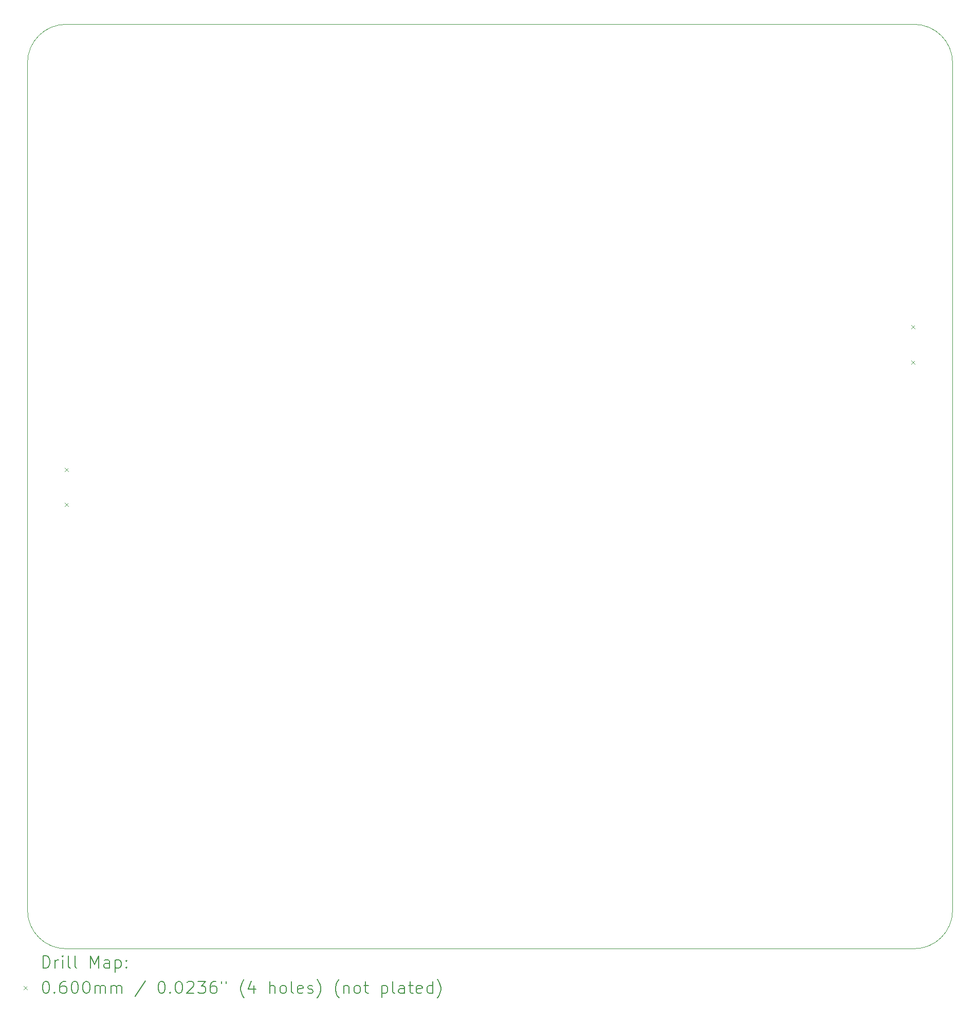
<source format=gbr>
%TF.GenerationSoftware,KiCad,Pcbnew,7.0.9*%
%TF.CreationDate,2024-03-20T16:59:47-04:00*%
%TF.ProjectId,CSTAR,43535441-522e-46b6-9963-61645f706362,rev?*%
%TF.SameCoordinates,Original*%
%TF.FileFunction,Drillmap*%
%TF.FilePolarity,Positive*%
%FSLAX45Y45*%
G04 Gerber Fmt 4.5, Leading zero omitted, Abs format (unit mm)*
G04 Created by KiCad (PCBNEW 7.0.9) date 2024-03-20 16:59:47*
%MOMM*%
%LPD*%
G01*
G04 APERTURE LIST*
%ADD10C,0.100000*%
%ADD11C,0.200000*%
G04 APERTURE END LIST*
D10*
X5080000Y-19685000D02*
G75*
G03*
X5715000Y-20320000I635000J0D01*
G01*
X19685000Y-20320000D02*
G75*
G03*
X20320000Y-19685000I0J635000D01*
G01*
X19685000Y-5080000D02*
X5715000Y-5080000D01*
X5715000Y-5080000D02*
G75*
G03*
X5080000Y-5715000I0J-635000D01*
G01*
X5080000Y-5715000D02*
X5080000Y-19685000D01*
X5715000Y-20320000D02*
X19685000Y-20320000D01*
X20320000Y-5715000D02*
G75*
G03*
X19685000Y-5080000I-635000J0D01*
G01*
X20320000Y-19685000D02*
X20320000Y-5715000D01*
D11*
D10*
X5696250Y-12392200D02*
X5756250Y-12452200D01*
X5756250Y-12392200D02*
X5696250Y-12452200D01*
X5696250Y-12970200D02*
X5756250Y-13030200D01*
X5756250Y-12970200D02*
X5696250Y-13030200D01*
X19635000Y-10041400D02*
X19695000Y-10101400D01*
X19695000Y-10041400D02*
X19635000Y-10101400D01*
X19635000Y-10619400D02*
X19695000Y-10679400D01*
X19695000Y-10619400D02*
X19635000Y-10679400D01*
D11*
X5335777Y-20636484D02*
X5335777Y-20436484D01*
X5335777Y-20436484D02*
X5383396Y-20436484D01*
X5383396Y-20436484D02*
X5411967Y-20446008D01*
X5411967Y-20446008D02*
X5431015Y-20465055D01*
X5431015Y-20465055D02*
X5440539Y-20484103D01*
X5440539Y-20484103D02*
X5450063Y-20522198D01*
X5450063Y-20522198D02*
X5450063Y-20550770D01*
X5450063Y-20550770D02*
X5440539Y-20588865D01*
X5440539Y-20588865D02*
X5431015Y-20607912D01*
X5431015Y-20607912D02*
X5411967Y-20626960D01*
X5411967Y-20626960D02*
X5383396Y-20636484D01*
X5383396Y-20636484D02*
X5335777Y-20636484D01*
X5535777Y-20636484D02*
X5535777Y-20503150D01*
X5535777Y-20541246D02*
X5545301Y-20522198D01*
X5545301Y-20522198D02*
X5554824Y-20512674D01*
X5554824Y-20512674D02*
X5573872Y-20503150D01*
X5573872Y-20503150D02*
X5592920Y-20503150D01*
X5659586Y-20636484D02*
X5659586Y-20503150D01*
X5659586Y-20436484D02*
X5650062Y-20446008D01*
X5650062Y-20446008D02*
X5659586Y-20455531D01*
X5659586Y-20455531D02*
X5669110Y-20446008D01*
X5669110Y-20446008D02*
X5659586Y-20436484D01*
X5659586Y-20436484D02*
X5659586Y-20455531D01*
X5783396Y-20636484D02*
X5764348Y-20626960D01*
X5764348Y-20626960D02*
X5754824Y-20607912D01*
X5754824Y-20607912D02*
X5754824Y-20436484D01*
X5888158Y-20636484D02*
X5869110Y-20626960D01*
X5869110Y-20626960D02*
X5859586Y-20607912D01*
X5859586Y-20607912D02*
X5859586Y-20436484D01*
X6116729Y-20636484D02*
X6116729Y-20436484D01*
X6116729Y-20436484D02*
X6183396Y-20579341D01*
X6183396Y-20579341D02*
X6250062Y-20436484D01*
X6250062Y-20436484D02*
X6250062Y-20636484D01*
X6431015Y-20636484D02*
X6431015Y-20531722D01*
X6431015Y-20531722D02*
X6421491Y-20512674D01*
X6421491Y-20512674D02*
X6402443Y-20503150D01*
X6402443Y-20503150D02*
X6364348Y-20503150D01*
X6364348Y-20503150D02*
X6345301Y-20512674D01*
X6431015Y-20626960D02*
X6411967Y-20636484D01*
X6411967Y-20636484D02*
X6364348Y-20636484D01*
X6364348Y-20636484D02*
X6345301Y-20626960D01*
X6345301Y-20626960D02*
X6335777Y-20607912D01*
X6335777Y-20607912D02*
X6335777Y-20588865D01*
X6335777Y-20588865D02*
X6345301Y-20569817D01*
X6345301Y-20569817D02*
X6364348Y-20560293D01*
X6364348Y-20560293D02*
X6411967Y-20560293D01*
X6411967Y-20560293D02*
X6431015Y-20550770D01*
X6526253Y-20503150D02*
X6526253Y-20703150D01*
X6526253Y-20512674D02*
X6545301Y-20503150D01*
X6545301Y-20503150D02*
X6583396Y-20503150D01*
X6583396Y-20503150D02*
X6602443Y-20512674D01*
X6602443Y-20512674D02*
X6611967Y-20522198D01*
X6611967Y-20522198D02*
X6621491Y-20541246D01*
X6621491Y-20541246D02*
X6621491Y-20598389D01*
X6621491Y-20598389D02*
X6611967Y-20617436D01*
X6611967Y-20617436D02*
X6602443Y-20626960D01*
X6602443Y-20626960D02*
X6583396Y-20636484D01*
X6583396Y-20636484D02*
X6545301Y-20636484D01*
X6545301Y-20636484D02*
X6526253Y-20626960D01*
X6707205Y-20617436D02*
X6716729Y-20626960D01*
X6716729Y-20626960D02*
X6707205Y-20636484D01*
X6707205Y-20636484D02*
X6697682Y-20626960D01*
X6697682Y-20626960D02*
X6707205Y-20617436D01*
X6707205Y-20617436D02*
X6707205Y-20636484D01*
X6707205Y-20512674D02*
X6716729Y-20522198D01*
X6716729Y-20522198D02*
X6707205Y-20531722D01*
X6707205Y-20531722D02*
X6697682Y-20522198D01*
X6697682Y-20522198D02*
X6707205Y-20512674D01*
X6707205Y-20512674D02*
X6707205Y-20531722D01*
D10*
X5015000Y-20935000D02*
X5075000Y-20995000D01*
X5075000Y-20935000D02*
X5015000Y-20995000D01*
D11*
X5373872Y-20856484D02*
X5392920Y-20856484D01*
X5392920Y-20856484D02*
X5411967Y-20866008D01*
X5411967Y-20866008D02*
X5421491Y-20875531D01*
X5421491Y-20875531D02*
X5431015Y-20894579D01*
X5431015Y-20894579D02*
X5440539Y-20932674D01*
X5440539Y-20932674D02*
X5440539Y-20980293D01*
X5440539Y-20980293D02*
X5431015Y-21018389D01*
X5431015Y-21018389D02*
X5421491Y-21037436D01*
X5421491Y-21037436D02*
X5411967Y-21046960D01*
X5411967Y-21046960D02*
X5392920Y-21056484D01*
X5392920Y-21056484D02*
X5373872Y-21056484D01*
X5373872Y-21056484D02*
X5354824Y-21046960D01*
X5354824Y-21046960D02*
X5345301Y-21037436D01*
X5345301Y-21037436D02*
X5335777Y-21018389D01*
X5335777Y-21018389D02*
X5326253Y-20980293D01*
X5326253Y-20980293D02*
X5326253Y-20932674D01*
X5326253Y-20932674D02*
X5335777Y-20894579D01*
X5335777Y-20894579D02*
X5345301Y-20875531D01*
X5345301Y-20875531D02*
X5354824Y-20866008D01*
X5354824Y-20866008D02*
X5373872Y-20856484D01*
X5526253Y-21037436D02*
X5535777Y-21046960D01*
X5535777Y-21046960D02*
X5526253Y-21056484D01*
X5526253Y-21056484D02*
X5516729Y-21046960D01*
X5516729Y-21046960D02*
X5526253Y-21037436D01*
X5526253Y-21037436D02*
X5526253Y-21056484D01*
X5707205Y-20856484D02*
X5669110Y-20856484D01*
X5669110Y-20856484D02*
X5650062Y-20866008D01*
X5650062Y-20866008D02*
X5640539Y-20875531D01*
X5640539Y-20875531D02*
X5621491Y-20904103D01*
X5621491Y-20904103D02*
X5611967Y-20942198D01*
X5611967Y-20942198D02*
X5611967Y-21018389D01*
X5611967Y-21018389D02*
X5621491Y-21037436D01*
X5621491Y-21037436D02*
X5631015Y-21046960D01*
X5631015Y-21046960D02*
X5650062Y-21056484D01*
X5650062Y-21056484D02*
X5688158Y-21056484D01*
X5688158Y-21056484D02*
X5707205Y-21046960D01*
X5707205Y-21046960D02*
X5716729Y-21037436D01*
X5716729Y-21037436D02*
X5726253Y-21018389D01*
X5726253Y-21018389D02*
X5726253Y-20970770D01*
X5726253Y-20970770D02*
X5716729Y-20951722D01*
X5716729Y-20951722D02*
X5707205Y-20942198D01*
X5707205Y-20942198D02*
X5688158Y-20932674D01*
X5688158Y-20932674D02*
X5650062Y-20932674D01*
X5650062Y-20932674D02*
X5631015Y-20942198D01*
X5631015Y-20942198D02*
X5621491Y-20951722D01*
X5621491Y-20951722D02*
X5611967Y-20970770D01*
X5850062Y-20856484D02*
X5869110Y-20856484D01*
X5869110Y-20856484D02*
X5888158Y-20866008D01*
X5888158Y-20866008D02*
X5897682Y-20875531D01*
X5897682Y-20875531D02*
X5907205Y-20894579D01*
X5907205Y-20894579D02*
X5916729Y-20932674D01*
X5916729Y-20932674D02*
X5916729Y-20980293D01*
X5916729Y-20980293D02*
X5907205Y-21018389D01*
X5907205Y-21018389D02*
X5897682Y-21037436D01*
X5897682Y-21037436D02*
X5888158Y-21046960D01*
X5888158Y-21046960D02*
X5869110Y-21056484D01*
X5869110Y-21056484D02*
X5850062Y-21056484D01*
X5850062Y-21056484D02*
X5831015Y-21046960D01*
X5831015Y-21046960D02*
X5821491Y-21037436D01*
X5821491Y-21037436D02*
X5811967Y-21018389D01*
X5811967Y-21018389D02*
X5802443Y-20980293D01*
X5802443Y-20980293D02*
X5802443Y-20932674D01*
X5802443Y-20932674D02*
X5811967Y-20894579D01*
X5811967Y-20894579D02*
X5821491Y-20875531D01*
X5821491Y-20875531D02*
X5831015Y-20866008D01*
X5831015Y-20866008D02*
X5850062Y-20856484D01*
X6040539Y-20856484D02*
X6059586Y-20856484D01*
X6059586Y-20856484D02*
X6078634Y-20866008D01*
X6078634Y-20866008D02*
X6088158Y-20875531D01*
X6088158Y-20875531D02*
X6097682Y-20894579D01*
X6097682Y-20894579D02*
X6107205Y-20932674D01*
X6107205Y-20932674D02*
X6107205Y-20980293D01*
X6107205Y-20980293D02*
X6097682Y-21018389D01*
X6097682Y-21018389D02*
X6088158Y-21037436D01*
X6088158Y-21037436D02*
X6078634Y-21046960D01*
X6078634Y-21046960D02*
X6059586Y-21056484D01*
X6059586Y-21056484D02*
X6040539Y-21056484D01*
X6040539Y-21056484D02*
X6021491Y-21046960D01*
X6021491Y-21046960D02*
X6011967Y-21037436D01*
X6011967Y-21037436D02*
X6002443Y-21018389D01*
X6002443Y-21018389D02*
X5992920Y-20980293D01*
X5992920Y-20980293D02*
X5992920Y-20932674D01*
X5992920Y-20932674D02*
X6002443Y-20894579D01*
X6002443Y-20894579D02*
X6011967Y-20875531D01*
X6011967Y-20875531D02*
X6021491Y-20866008D01*
X6021491Y-20866008D02*
X6040539Y-20856484D01*
X6192920Y-21056484D02*
X6192920Y-20923150D01*
X6192920Y-20942198D02*
X6202443Y-20932674D01*
X6202443Y-20932674D02*
X6221491Y-20923150D01*
X6221491Y-20923150D02*
X6250063Y-20923150D01*
X6250063Y-20923150D02*
X6269110Y-20932674D01*
X6269110Y-20932674D02*
X6278634Y-20951722D01*
X6278634Y-20951722D02*
X6278634Y-21056484D01*
X6278634Y-20951722D02*
X6288158Y-20932674D01*
X6288158Y-20932674D02*
X6307205Y-20923150D01*
X6307205Y-20923150D02*
X6335777Y-20923150D01*
X6335777Y-20923150D02*
X6354824Y-20932674D01*
X6354824Y-20932674D02*
X6364348Y-20951722D01*
X6364348Y-20951722D02*
X6364348Y-21056484D01*
X6459586Y-21056484D02*
X6459586Y-20923150D01*
X6459586Y-20942198D02*
X6469110Y-20932674D01*
X6469110Y-20932674D02*
X6488158Y-20923150D01*
X6488158Y-20923150D02*
X6516729Y-20923150D01*
X6516729Y-20923150D02*
X6535777Y-20932674D01*
X6535777Y-20932674D02*
X6545301Y-20951722D01*
X6545301Y-20951722D02*
X6545301Y-21056484D01*
X6545301Y-20951722D02*
X6554824Y-20932674D01*
X6554824Y-20932674D02*
X6573872Y-20923150D01*
X6573872Y-20923150D02*
X6602443Y-20923150D01*
X6602443Y-20923150D02*
X6621491Y-20932674D01*
X6621491Y-20932674D02*
X6631015Y-20951722D01*
X6631015Y-20951722D02*
X6631015Y-21056484D01*
X7021491Y-20846960D02*
X6850063Y-21104103D01*
X7278634Y-20856484D02*
X7297682Y-20856484D01*
X7297682Y-20856484D02*
X7316729Y-20866008D01*
X7316729Y-20866008D02*
X7326253Y-20875531D01*
X7326253Y-20875531D02*
X7335777Y-20894579D01*
X7335777Y-20894579D02*
X7345301Y-20932674D01*
X7345301Y-20932674D02*
X7345301Y-20980293D01*
X7345301Y-20980293D02*
X7335777Y-21018389D01*
X7335777Y-21018389D02*
X7326253Y-21037436D01*
X7326253Y-21037436D02*
X7316729Y-21046960D01*
X7316729Y-21046960D02*
X7297682Y-21056484D01*
X7297682Y-21056484D02*
X7278634Y-21056484D01*
X7278634Y-21056484D02*
X7259586Y-21046960D01*
X7259586Y-21046960D02*
X7250063Y-21037436D01*
X7250063Y-21037436D02*
X7240539Y-21018389D01*
X7240539Y-21018389D02*
X7231015Y-20980293D01*
X7231015Y-20980293D02*
X7231015Y-20932674D01*
X7231015Y-20932674D02*
X7240539Y-20894579D01*
X7240539Y-20894579D02*
X7250063Y-20875531D01*
X7250063Y-20875531D02*
X7259586Y-20866008D01*
X7259586Y-20866008D02*
X7278634Y-20856484D01*
X7431015Y-21037436D02*
X7440539Y-21046960D01*
X7440539Y-21046960D02*
X7431015Y-21056484D01*
X7431015Y-21056484D02*
X7421491Y-21046960D01*
X7421491Y-21046960D02*
X7431015Y-21037436D01*
X7431015Y-21037436D02*
X7431015Y-21056484D01*
X7564348Y-20856484D02*
X7583396Y-20856484D01*
X7583396Y-20856484D02*
X7602444Y-20866008D01*
X7602444Y-20866008D02*
X7611967Y-20875531D01*
X7611967Y-20875531D02*
X7621491Y-20894579D01*
X7621491Y-20894579D02*
X7631015Y-20932674D01*
X7631015Y-20932674D02*
X7631015Y-20980293D01*
X7631015Y-20980293D02*
X7621491Y-21018389D01*
X7621491Y-21018389D02*
X7611967Y-21037436D01*
X7611967Y-21037436D02*
X7602444Y-21046960D01*
X7602444Y-21046960D02*
X7583396Y-21056484D01*
X7583396Y-21056484D02*
X7564348Y-21056484D01*
X7564348Y-21056484D02*
X7545301Y-21046960D01*
X7545301Y-21046960D02*
X7535777Y-21037436D01*
X7535777Y-21037436D02*
X7526253Y-21018389D01*
X7526253Y-21018389D02*
X7516729Y-20980293D01*
X7516729Y-20980293D02*
X7516729Y-20932674D01*
X7516729Y-20932674D02*
X7526253Y-20894579D01*
X7526253Y-20894579D02*
X7535777Y-20875531D01*
X7535777Y-20875531D02*
X7545301Y-20866008D01*
X7545301Y-20866008D02*
X7564348Y-20856484D01*
X7707206Y-20875531D02*
X7716729Y-20866008D01*
X7716729Y-20866008D02*
X7735777Y-20856484D01*
X7735777Y-20856484D02*
X7783396Y-20856484D01*
X7783396Y-20856484D02*
X7802444Y-20866008D01*
X7802444Y-20866008D02*
X7811967Y-20875531D01*
X7811967Y-20875531D02*
X7821491Y-20894579D01*
X7821491Y-20894579D02*
X7821491Y-20913627D01*
X7821491Y-20913627D02*
X7811967Y-20942198D01*
X7811967Y-20942198D02*
X7697682Y-21056484D01*
X7697682Y-21056484D02*
X7821491Y-21056484D01*
X7888158Y-20856484D02*
X8011967Y-20856484D01*
X8011967Y-20856484D02*
X7945301Y-20932674D01*
X7945301Y-20932674D02*
X7973872Y-20932674D01*
X7973872Y-20932674D02*
X7992920Y-20942198D01*
X7992920Y-20942198D02*
X8002444Y-20951722D01*
X8002444Y-20951722D02*
X8011967Y-20970770D01*
X8011967Y-20970770D02*
X8011967Y-21018389D01*
X8011967Y-21018389D02*
X8002444Y-21037436D01*
X8002444Y-21037436D02*
X7992920Y-21046960D01*
X7992920Y-21046960D02*
X7973872Y-21056484D01*
X7973872Y-21056484D02*
X7916729Y-21056484D01*
X7916729Y-21056484D02*
X7897682Y-21046960D01*
X7897682Y-21046960D02*
X7888158Y-21037436D01*
X8183396Y-20856484D02*
X8145301Y-20856484D01*
X8145301Y-20856484D02*
X8126253Y-20866008D01*
X8126253Y-20866008D02*
X8116729Y-20875531D01*
X8116729Y-20875531D02*
X8097682Y-20904103D01*
X8097682Y-20904103D02*
X8088158Y-20942198D01*
X8088158Y-20942198D02*
X8088158Y-21018389D01*
X8088158Y-21018389D02*
X8097682Y-21037436D01*
X8097682Y-21037436D02*
X8107206Y-21046960D01*
X8107206Y-21046960D02*
X8126253Y-21056484D01*
X8126253Y-21056484D02*
X8164348Y-21056484D01*
X8164348Y-21056484D02*
X8183396Y-21046960D01*
X8183396Y-21046960D02*
X8192920Y-21037436D01*
X8192920Y-21037436D02*
X8202444Y-21018389D01*
X8202444Y-21018389D02*
X8202444Y-20970770D01*
X8202444Y-20970770D02*
X8192920Y-20951722D01*
X8192920Y-20951722D02*
X8183396Y-20942198D01*
X8183396Y-20942198D02*
X8164348Y-20932674D01*
X8164348Y-20932674D02*
X8126253Y-20932674D01*
X8126253Y-20932674D02*
X8107206Y-20942198D01*
X8107206Y-20942198D02*
X8097682Y-20951722D01*
X8097682Y-20951722D02*
X8088158Y-20970770D01*
X8278634Y-20856484D02*
X8278634Y-20894579D01*
X8354825Y-20856484D02*
X8354825Y-20894579D01*
X8650063Y-21132674D02*
X8640539Y-21123150D01*
X8640539Y-21123150D02*
X8621491Y-21094579D01*
X8621491Y-21094579D02*
X8611968Y-21075531D01*
X8611968Y-21075531D02*
X8602444Y-21046960D01*
X8602444Y-21046960D02*
X8592920Y-20999341D01*
X8592920Y-20999341D02*
X8592920Y-20961246D01*
X8592920Y-20961246D02*
X8602444Y-20913627D01*
X8602444Y-20913627D02*
X8611968Y-20885055D01*
X8611968Y-20885055D02*
X8621491Y-20866008D01*
X8621491Y-20866008D02*
X8640539Y-20837436D01*
X8640539Y-20837436D02*
X8650063Y-20827912D01*
X8811968Y-20923150D02*
X8811968Y-21056484D01*
X8764349Y-20846960D02*
X8716730Y-20989817D01*
X8716730Y-20989817D02*
X8840539Y-20989817D01*
X9069111Y-21056484D02*
X9069111Y-20856484D01*
X9154825Y-21056484D02*
X9154825Y-20951722D01*
X9154825Y-20951722D02*
X9145301Y-20932674D01*
X9145301Y-20932674D02*
X9126253Y-20923150D01*
X9126253Y-20923150D02*
X9097682Y-20923150D01*
X9097682Y-20923150D02*
X9078634Y-20932674D01*
X9078634Y-20932674D02*
X9069111Y-20942198D01*
X9278634Y-21056484D02*
X9259587Y-21046960D01*
X9259587Y-21046960D02*
X9250063Y-21037436D01*
X9250063Y-21037436D02*
X9240539Y-21018389D01*
X9240539Y-21018389D02*
X9240539Y-20961246D01*
X9240539Y-20961246D02*
X9250063Y-20942198D01*
X9250063Y-20942198D02*
X9259587Y-20932674D01*
X9259587Y-20932674D02*
X9278634Y-20923150D01*
X9278634Y-20923150D02*
X9307206Y-20923150D01*
X9307206Y-20923150D02*
X9326253Y-20932674D01*
X9326253Y-20932674D02*
X9335777Y-20942198D01*
X9335777Y-20942198D02*
X9345301Y-20961246D01*
X9345301Y-20961246D02*
X9345301Y-21018389D01*
X9345301Y-21018389D02*
X9335777Y-21037436D01*
X9335777Y-21037436D02*
X9326253Y-21046960D01*
X9326253Y-21046960D02*
X9307206Y-21056484D01*
X9307206Y-21056484D02*
X9278634Y-21056484D01*
X9459587Y-21056484D02*
X9440539Y-21046960D01*
X9440539Y-21046960D02*
X9431015Y-21027912D01*
X9431015Y-21027912D02*
X9431015Y-20856484D01*
X9611968Y-21046960D02*
X9592920Y-21056484D01*
X9592920Y-21056484D02*
X9554825Y-21056484D01*
X9554825Y-21056484D02*
X9535777Y-21046960D01*
X9535777Y-21046960D02*
X9526253Y-21027912D01*
X9526253Y-21027912D02*
X9526253Y-20951722D01*
X9526253Y-20951722D02*
X9535777Y-20932674D01*
X9535777Y-20932674D02*
X9554825Y-20923150D01*
X9554825Y-20923150D02*
X9592920Y-20923150D01*
X9592920Y-20923150D02*
X9611968Y-20932674D01*
X9611968Y-20932674D02*
X9621492Y-20951722D01*
X9621492Y-20951722D02*
X9621492Y-20970770D01*
X9621492Y-20970770D02*
X9526253Y-20989817D01*
X9697682Y-21046960D02*
X9716730Y-21056484D01*
X9716730Y-21056484D02*
X9754825Y-21056484D01*
X9754825Y-21056484D02*
X9773873Y-21046960D01*
X9773873Y-21046960D02*
X9783396Y-21027912D01*
X9783396Y-21027912D02*
X9783396Y-21018389D01*
X9783396Y-21018389D02*
X9773873Y-20999341D01*
X9773873Y-20999341D02*
X9754825Y-20989817D01*
X9754825Y-20989817D02*
X9726253Y-20989817D01*
X9726253Y-20989817D02*
X9707206Y-20980293D01*
X9707206Y-20980293D02*
X9697682Y-20961246D01*
X9697682Y-20961246D02*
X9697682Y-20951722D01*
X9697682Y-20951722D02*
X9707206Y-20932674D01*
X9707206Y-20932674D02*
X9726253Y-20923150D01*
X9726253Y-20923150D02*
X9754825Y-20923150D01*
X9754825Y-20923150D02*
X9773873Y-20932674D01*
X9850063Y-21132674D02*
X9859587Y-21123150D01*
X9859587Y-21123150D02*
X9878634Y-21094579D01*
X9878634Y-21094579D02*
X9888158Y-21075531D01*
X9888158Y-21075531D02*
X9897682Y-21046960D01*
X9897682Y-21046960D02*
X9907206Y-20999341D01*
X9907206Y-20999341D02*
X9907206Y-20961246D01*
X9907206Y-20961246D02*
X9897682Y-20913627D01*
X9897682Y-20913627D02*
X9888158Y-20885055D01*
X9888158Y-20885055D02*
X9878634Y-20866008D01*
X9878634Y-20866008D02*
X9859587Y-20837436D01*
X9859587Y-20837436D02*
X9850063Y-20827912D01*
X10211968Y-21132674D02*
X10202444Y-21123150D01*
X10202444Y-21123150D02*
X10183396Y-21094579D01*
X10183396Y-21094579D02*
X10173873Y-21075531D01*
X10173873Y-21075531D02*
X10164349Y-21046960D01*
X10164349Y-21046960D02*
X10154825Y-20999341D01*
X10154825Y-20999341D02*
X10154825Y-20961246D01*
X10154825Y-20961246D02*
X10164349Y-20913627D01*
X10164349Y-20913627D02*
X10173873Y-20885055D01*
X10173873Y-20885055D02*
X10183396Y-20866008D01*
X10183396Y-20866008D02*
X10202444Y-20837436D01*
X10202444Y-20837436D02*
X10211968Y-20827912D01*
X10288158Y-20923150D02*
X10288158Y-21056484D01*
X10288158Y-20942198D02*
X10297682Y-20932674D01*
X10297682Y-20932674D02*
X10316730Y-20923150D01*
X10316730Y-20923150D02*
X10345301Y-20923150D01*
X10345301Y-20923150D02*
X10364349Y-20932674D01*
X10364349Y-20932674D02*
X10373873Y-20951722D01*
X10373873Y-20951722D02*
X10373873Y-21056484D01*
X10497682Y-21056484D02*
X10478634Y-21046960D01*
X10478634Y-21046960D02*
X10469111Y-21037436D01*
X10469111Y-21037436D02*
X10459587Y-21018389D01*
X10459587Y-21018389D02*
X10459587Y-20961246D01*
X10459587Y-20961246D02*
X10469111Y-20942198D01*
X10469111Y-20942198D02*
X10478634Y-20932674D01*
X10478634Y-20932674D02*
X10497682Y-20923150D01*
X10497682Y-20923150D02*
X10526254Y-20923150D01*
X10526254Y-20923150D02*
X10545301Y-20932674D01*
X10545301Y-20932674D02*
X10554825Y-20942198D01*
X10554825Y-20942198D02*
X10564349Y-20961246D01*
X10564349Y-20961246D02*
X10564349Y-21018389D01*
X10564349Y-21018389D02*
X10554825Y-21037436D01*
X10554825Y-21037436D02*
X10545301Y-21046960D01*
X10545301Y-21046960D02*
X10526254Y-21056484D01*
X10526254Y-21056484D02*
X10497682Y-21056484D01*
X10621492Y-20923150D02*
X10697682Y-20923150D01*
X10650063Y-20856484D02*
X10650063Y-21027912D01*
X10650063Y-21027912D02*
X10659587Y-21046960D01*
X10659587Y-21046960D02*
X10678634Y-21056484D01*
X10678634Y-21056484D02*
X10697682Y-21056484D01*
X10916730Y-20923150D02*
X10916730Y-21123150D01*
X10916730Y-20932674D02*
X10935777Y-20923150D01*
X10935777Y-20923150D02*
X10973873Y-20923150D01*
X10973873Y-20923150D02*
X10992920Y-20932674D01*
X10992920Y-20932674D02*
X11002444Y-20942198D01*
X11002444Y-20942198D02*
X11011968Y-20961246D01*
X11011968Y-20961246D02*
X11011968Y-21018389D01*
X11011968Y-21018389D02*
X11002444Y-21037436D01*
X11002444Y-21037436D02*
X10992920Y-21046960D01*
X10992920Y-21046960D02*
X10973873Y-21056484D01*
X10973873Y-21056484D02*
X10935777Y-21056484D01*
X10935777Y-21056484D02*
X10916730Y-21046960D01*
X11126254Y-21056484D02*
X11107206Y-21046960D01*
X11107206Y-21046960D02*
X11097682Y-21027912D01*
X11097682Y-21027912D02*
X11097682Y-20856484D01*
X11288158Y-21056484D02*
X11288158Y-20951722D01*
X11288158Y-20951722D02*
X11278634Y-20932674D01*
X11278634Y-20932674D02*
X11259587Y-20923150D01*
X11259587Y-20923150D02*
X11221492Y-20923150D01*
X11221492Y-20923150D02*
X11202444Y-20932674D01*
X11288158Y-21046960D02*
X11269111Y-21056484D01*
X11269111Y-21056484D02*
X11221492Y-21056484D01*
X11221492Y-21056484D02*
X11202444Y-21046960D01*
X11202444Y-21046960D02*
X11192920Y-21027912D01*
X11192920Y-21027912D02*
X11192920Y-21008865D01*
X11192920Y-21008865D02*
X11202444Y-20989817D01*
X11202444Y-20989817D02*
X11221492Y-20980293D01*
X11221492Y-20980293D02*
X11269111Y-20980293D01*
X11269111Y-20980293D02*
X11288158Y-20970770D01*
X11354825Y-20923150D02*
X11431015Y-20923150D01*
X11383396Y-20856484D02*
X11383396Y-21027912D01*
X11383396Y-21027912D02*
X11392920Y-21046960D01*
X11392920Y-21046960D02*
X11411968Y-21056484D01*
X11411968Y-21056484D02*
X11431015Y-21056484D01*
X11573873Y-21046960D02*
X11554825Y-21056484D01*
X11554825Y-21056484D02*
X11516730Y-21056484D01*
X11516730Y-21056484D02*
X11497682Y-21046960D01*
X11497682Y-21046960D02*
X11488158Y-21027912D01*
X11488158Y-21027912D02*
X11488158Y-20951722D01*
X11488158Y-20951722D02*
X11497682Y-20932674D01*
X11497682Y-20932674D02*
X11516730Y-20923150D01*
X11516730Y-20923150D02*
X11554825Y-20923150D01*
X11554825Y-20923150D02*
X11573873Y-20932674D01*
X11573873Y-20932674D02*
X11583396Y-20951722D01*
X11583396Y-20951722D02*
X11583396Y-20970770D01*
X11583396Y-20970770D02*
X11488158Y-20989817D01*
X11754825Y-21056484D02*
X11754825Y-20856484D01*
X11754825Y-21046960D02*
X11735777Y-21056484D01*
X11735777Y-21056484D02*
X11697682Y-21056484D01*
X11697682Y-21056484D02*
X11678634Y-21046960D01*
X11678634Y-21046960D02*
X11669111Y-21037436D01*
X11669111Y-21037436D02*
X11659587Y-21018389D01*
X11659587Y-21018389D02*
X11659587Y-20961246D01*
X11659587Y-20961246D02*
X11669111Y-20942198D01*
X11669111Y-20942198D02*
X11678634Y-20932674D01*
X11678634Y-20932674D02*
X11697682Y-20923150D01*
X11697682Y-20923150D02*
X11735777Y-20923150D01*
X11735777Y-20923150D02*
X11754825Y-20932674D01*
X11831015Y-21132674D02*
X11840539Y-21123150D01*
X11840539Y-21123150D02*
X11859587Y-21094579D01*
X11859587Y-21094579D02*
X11869111Y-21075531D01*
X11869111Y-21075531D02*
X11878634Y-21046960D01*
X11878634Y-21046960D02*
X11888158Y-20999341D01*
X11888158Y-20999341D02*
X11888158Y-20961246D01*
X11888158Y-20961246D02*
X11878634Y-20913627D01*
X11878634Y-20913627D02*
X11869111Y-20885055D01*
X11869111Y-20885055D02*
X11859587Y-20866008D01*
X11859587Y-20866008D02*
X11840539Y-20837436D01*
X11840539Y-20837436D02*
X11831015Y-20827912D01*
M02*

</source>
